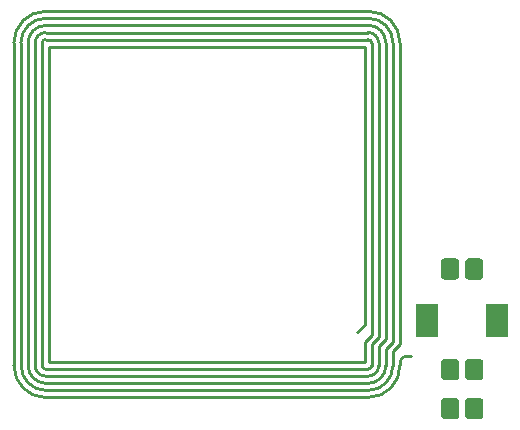
<source format=gts>
G04 #@! TF.GenerationSoftware,KiCad,Pcbnew,(5.1.5-0-10_14)*
G04 #@! TF.CreationDate,2020-04-20T15:33:37-04:00*
G04 #@! TF.ProjectId,business card,62757369-6e65-4737-9320-636172642e6b,rev?*
G04 #@! TF.SameCoordinates,Original*
G04 #@! TF.FileFunction,Soldermask,Top*
G04 #@! TF.FilePolarity,Negative*
%FSLAX46Y46*%
G04 Gerber Fmt 4.6, Leading zero omitted, Abs format (unit mm)*
G04 Created by KiCad (PCBNEW (5.1.5-0-10_14)) date 2020-04-20 15:33:37*
%MOMM*%
%LPD*%
G04 APERTURE LIST*
%ADD10C,0.250000*%
%ADD11R,1.850000X0.850000*%
%ADD12C,0.100000*%
G04 APERTURE END LIST*
D10*
X81394020Y-85781140D02*
X80794580Y-86383120D01*
X81394020Y-87180680D02*
X81993460Y-86581240D01*
X81392000Y-88898700D02*
X81392000Y-87182700D01*
X54705000Y-88898700D02*
X81392000Y-88898700D01*
X54703140Y-62197520D02*
X54703140Y-88898700D01*
X81394020Y-85781140D02*
X81394020Y-62197520D01*
X81393000Y-62197520D02*
X54702860Y-62197520D01*
X84391500Y-61864500D02*
X84391500Y-87381340D01*
X83794600Y-87178140D02*
X83794600Y-61864500D01*
X83197700Y-61877200D02*
X83197700Y-86974940D01*
X81993460Y-86581240D02*
X81993460Y-61897800D01*
X82588100Y-86781900D02*
X82588100Y-61877200D01*
X84978240Y-88382100D02*
X85293200Y-88382100D01*
X84394040Y-88966300D02*
G75*
G02X84978240Y-88382100I584200J0D01*
G01*
X82588100Y-86781900D02*
X81991200Y-87378800D01*
X83197700Y-86974940D02*
X82600800Y-87571840D01*
X83794600Y-87178140D02*
X83195160Y-87777580D01*
X84391500Y-87381340D02*
X83794600Y-87980780D01*
X81711800Y-60391300D02*
G75*
G02X83197700Y-61877200I0J-1485900D01*
G01*
X81711800Y-61000900D02*
G75*
G02X82588100Y-61877200I0J-876300D01*
G01*
X81711800Y-61597800D02*
G75*
G02X81991200Y-61877200I0J-279400D01*
G01*
X81724500Y-59794400D02*
G75*
G02X83794600Y-61864500I0J-2070100D01*
G01*
X81724500Y-59197500D02*
G75*
G02X84391500Y-61864500I0J-2667000D01*
G01*
X54381400Y-59197500D02*
X81699100Y-59197500D01*
X54381400Y-59794400D02*
X81724500Y-59794400D01*
X54381400Y-60391300D02*
X81711800Y-60391300D01*
X54381400Y-61000900D02*
X81711800Y-61000900D01*
X54381400Y-61597800D02*
X81711800Y-61597800D01*
X51701700Y-89207600D02*
X51701700Y-61928000D01*
X52298600Y-61877200D02*
X52298600Y-89140000D01*
X52908200Y-89182200D02*
X52908200Y-61928000D01*
X53505100Y-61877200D02*
X53505100Y-89190000D01*
X54102000Y-89182200D02*
X54102000Y-61928000D01*
X54102000Y-61877200D02*
G75*
G02X54381400Y-61597800I279400J0D01*
G01*
X53505100Y-61877200D02*
G75*
G02X54381400Y-61000900I876300J0D01*
G01*
X52905660Y-61884820D02*
G75*
G02X54391560Y-60398920I1485900J0D01*
G01*
X52298600Y-61877200D02*
G75*
G02X54381400Y-59794400I2082800J0D01*
G01*
X51701700Y-61877200D02*
G75*
G02X54381400Y-59197500I2679700J0D01*
G01*
X54394100Y-91900000D02*
G75*
G02X51701700Y-89207600I0J2692400D01*
G01*
X54367401Y-91291530D02*
G75*
G02X52310000Y-89210000I26699J2083930D01*
G01*
X54368700Y-90693500D02*
G75*
G02X52908200Y-89182200I25400J1485900D01*
G01*
X54368700Y-90096600D02*
G75*
G02X53505100Y-89182200I25400J889000D01*
G01*
X54368700Y-89499700D02*
G75*
G02X54102000Y-89182200I25400J292100D01*
G01*
X83794520Y-89238080D02*
X83794520Y-87985600D01*
X81724500Y-91894041D02*
X54356000Y-91894041D01*
X81727001Y-91295480D02*
X54356000Y-91295480D01*
X81716826Y-90696094D02*
X54356000Y-90696094D01*
X81719420Y-90094060D02*
X54356000Y-90094060D01*
X81706720Y-89492080D02*
X54356000Y-89492080D01*
X81993318Y-89245228D02*
X81993318Y-87376000D01*
X82595560Y-89233000D02*
X82595560Y-87579200D01*
X83190080Y-89222840D02*
X83190080Y-87782400D01*
X81983318Y-89245228D02*
G75*
G02X81706720Y-89492080I-263898J17308D01*
G01*
X82585560Y-89233000D02*
G75*
G02X81719420Y-90094060I-863600J2540D01*
G01*
X83190080Y-89222840D02*
G75*
G02X81716826Y-90696094I-1473254J0D01*
G01*
X83789520Y-89238080D02*
G75*
G02X81732081Y-91295519I-2057439J0D01*
G01*
X84390704Y-89161880D02*
G75*
G02X81724500Y-91894041I-2666204J-65161D01*
G01*
X84391500Y-89000000D02*
X84391500Y-89169500D01*
D11*
X86712000Y-84369000D03*
X86712000Y-85019000D03*
X86712000Y-85669000D03*
X86712000Y-86319000D03*
X92612000Y-86319000D03*
X92612000Y-85669000D03*
X92612000Y-85019000D03*
X92612000Y-84369000D03*
D12*
G36*
X91158071Y-80127623D02*
G01*
X91190781Y-80132475D01*
X91222857Y-80140509D01*
X91253991Y-80151649D01*
X91283884Y-80165787D01*
X91312247Y-80182787D01*
X91338807Y-80202485D01*
X91363308Y-80224692D01*
X91385515Y-80249193D01*
X91405213Y-80275753D01*
X91422213Y-80304116D01*
X91436351Y-80334009D01*
X91447491Y-80365143D01*
X91455525Y-80397219D01*
X91460377Y-80429929D01*
X91462000Y-80462956D01*
X91462000Y-81589044D01*
X91460377Y-81622071D01*
X91455525Y-81654781D01*
X91447491Y-81686857D01*
X91436351Y-81717991D01*
X91422213Y-81747884D01*
X91405213Y-81776247D01*
X91385515Y-81802807D01*
X91363308Y-81827308D01*
X91338807Y-81849515D01*
X91312247Y-81869213D01*
X91283884Y-81886213D01*
X91253991Y-81900351D01*
X91222857Y-81911491D01*
X91190781Y-81919525D01*
X91158071Y-81924377D01*
X91125044Y-81926000D01*
X90248956Y-81926000D01*
X90215929Y-81924377D01*
X90183219Y-81919525D01*
X90151143Y-81911491D01*
X90120009Y-81900351D01*
X90090116Y-81886213D01*
X90061753Y-81869213D01*
X90035193Y-81849515D01*
X90010692Y-81827308D01*
X89988485Y-81802807D01*
X89968787Y-81776247D01*
X89951787Y-81747884D01*
X89937649Y-81717991D01*
X89926509Y-81686857D01*
X89918475Y-81654781D01*
X89913623Y-81622071D01*
X89912000Y-81589044D01*
X89912000Y-80462956D01*
X89913623Y-80429929D01*
X89918475Y-80397219D01*
X89926509Y-80365143D01*
X89937649Y-80334009D01*
X89951787Y-80304116D01*
X89968787Y-80275753D01*
X89988485Y-80249193D01*
X90010692Y-80224692D01*
X90035193Y-80202485D01*
X90061753Y-80182787D01*
X90090116Y-80165787D01*
X90120009Y-80151649D01*
X90151143Y-80140509D01*
X90183219Y-80132475D01*
X90215929Y-80127623D01*
X90248956Y-80126000D01*
X91125044Y-80126000D01*
X91158071Y-80127623D01*
G37*
G36*
X89108071Y-80127623D02*
G01*
X89140781Y-80132475D01*
X89172857Y-80140509D01*
X89203991Y-80151649D01*
X89233884Y-80165787D01*
X89262247Y-80182787D01*
X89288807Y-80202485D01*
X89313308Y-80224692D01*
X89335515Y-80249193D01*
X89355213Y-80275753D01*
X89372213Y-80304116D01*
X89386351Y-80334009D01*
X89397491Y-80365143D01*
X89405525Y-80397219D01*
X89410377Y-80429929D01*
X89412000Y-80462956D01*
X89412000Y-81589044D01*
X89410377Y-81622071D01*
X89405525Y-81654781D01*
X89397491Y-81686857D01*
X89386351Y-81717991D01*
X89372213Y-81747884D01*
X89355213Y-81776247D01*
X89335515Y-81802807D01*
X89313308Y-81827308D01*
X89288807Y-81849515D01*
X89262247Y-81869213D01*
X89233884Y-81886213D01*
X89203991Y-81900351D01*
X89172857Y-81911491D01*
X89140781Y-81919525D01*
X89108071Y-81924377D01*
X89075044Y-81926000D01*
X88198956Y-81926000D01*
X88165929Y-81924377D01*
X88133219Y-81919525D01*
X88101143Y-81911491D01*
X88070009Y-81900351D01*
X88040116Y-81886213D01*
X88011753Y-81869213D01*
X87985193Y-81849515D01*
X87960692Y-81827308D01*
X87938485Y-81802807D01*
X87918787Y-81776247D01*
X87901787Y-81747884D01*
X87887649Y-81717991D01*
X87876509Y-81686857D01*
X87868475Y-81654781D01*
X87863623Y-81622071D01*
X87862000Y-81589044D01*
X87862000Y-80462956D01*
X87863623Y-80429929D01*
X87868475Y-80397219D01*
X87876509Y-80365143D01*
X87887649Y-80334009D01*
X87901787Y-80304116D01*
X87918787Y-80275753D01*
X87938485Y-80249193D01*
X87960692Y-80224692D01*
X87985193Y-80202485D01*
X88011753Y-80182787D01*
X88040116Y-80165787D01*
X88070009Y-80151649D01*
X88101143Y-80140509D01*
X88133219Y-80132475D01*
X88165929Y-80127623D01*
X88198956Y-80126000D01*
X89075044Y-80126000D01*
X89108071Y-80127623D01*
G37*
G36*
X89108071Y-91938623D02*
G01*
X89140781Y-91943475D01*
X89172857Y-91951509D01*
X89203991Y-91962649D01*
X89233884Y-91976787D01*
X89262247Y-91993787D01*
X89288807Y-92013485D01*
X89313308Y-92035692D01*
X89335515Y-92060193D01*
X89355213Y-92086753D01*
X89372213Y-92115116D01*
X89386351Y-92145009D01*
X89397491Y-92176143D01*
X89405525Y-92208219D01*
X89410377Y-92240929D01*
X89412000Y-92273956D01*
X89412000Y-93400044D01*
X89410377Y-93433071D01*
X89405525Y-93465781D01*
X89397491Y-93497857D01*
X89386351Y-93528991D01*
X89372213Y-93558884D01*
X89355213Y-93587247D01*
X89335515Y-93613807D01*
X89313308Y-93638308D01*
X89288807Y-93660515D01*
X89262247Y-93680213D01*
X89233884Y-93697213D01*
X89203991Y-93711351D01*
X89172857Y-93722491D01*
X89140781Y-93730525D01*
X89108071Y-93735377D01*
X89075044Y-93737000D01*
X88198956Y-93737000D01*
X88165929Y-93735377D01*
X88133219Y-93730525D01*
X88101143Y-93722491D01*
X88070009Y-93711351D01*
X88040116Y-93697213D01*
X88011753Y-93680213D01*
X87985193Y-93660515D01*
X87960692Y-93638308D01*
X87938485Y-93613807D01*
X87918787Y-93587247D01*
X87901787Y-93558884D01*
X87887649Y-93528991D01*
X87876509Y-93497857D01*
X87868475Y-93465781D01*
X87863623Y-93433071D01*
X87862000Y-93400044D01*
X87862000Y-92273956D01*
X87863623Y-92240929D01*
X87868475Y-92208219D01*
X87876509Y-92176143D01*
X87887649Y-92145009D01*
X87901787Y-92115116D01*
X87918787Y-92086753D01*
X87938485Y-92060193D01*
X87960692Y-92035692D01*
X87985193Y-92013485D01*
X88011753Y-91993787D01*
X88040116Y-91976787D01*
X88070009Y-91962649D01*
X88101143Y-91951509D01*
X88133219Y-91943475D01*
X88165929Y-91938623D01*
X88198956Y-91937000D01*
X89075044Y-91937000D01*
X89108071Y-91938623D01*
G37*
G36*
X91158071Y-91938623D02*
G01*
X91190781Y-91943475D01*
X91222857Y-91951509D01*
X91253991Y-91962649D01*
X91283884Y-91976787D01*
X91312247Y-91993787D01*
X91338807Y-92013485D01*
X91363308Y-92035692D01*
X91385515Y-92060193D01*
X91405213Y-92086753D01*
X91422213Y-92115116D01*
X91436351Y-92145009D01*
X91447491Y-92176143D01*
X91455525Y-92208219D01*
X91460377Y-92240929D01*
X91462000Y-92273956D01*
X91462000Y-93400044D01*
X91460377Y-93433071D01*
X91455525Y-93465781D01*
X91447491Y-93497857D01*
X91436351Y-93528991D01*
X91422213Y-93558884D01*
X91405213Y-93587247D01*
X91385515Y-93613807D01*
X91363308Y-93638308D01*
X91338807Y-93660515D01*
X91312247Y-93680213D01*
X91283884Y-93697213D01*
X91253991Y-93711351D01*
X91222857Y-93722491D01*
X91190781Y-93730525D01*
X91158071Y-93735377D01*
X91125044Y-93737000D01*
X90248956Y-93737000D01*
X90215929Y-93735377D01*
X90183219Y-93730525D01*
X90151143Y-93722491D01*
X90120009Y-93711351D01*
X90090116Y-93697213D01*
X90061753Y-93680213D01*
X90035193Y-93660515D01*
X90010692Y-93638308D01*
X89988485Y-93613807D01*
X89968787Y-93587247D01*
X89951787Y-93558884D01*
X89937649Y-93528991D01*
X89926509Y-93497857D01*
X89918475Y-93465781D01*
X89913623Y-93433071D01*
X89912000Y-93400044D01*
X89912000Y-92273956D01*
X89913623Y-92240929D01*
X89918475Y-92208219D01*
X89926509Y-92176143D01*
X89937649Y-92145009D01*
X89951787Y-92115116D01*
X89968787Y-92086753D01*
X89988485Y-92060193D01*
X90010692Y-92035692D01*
X90035193Y-92013485D01*
X90061753Y-91993787D01*
X90090116Y-91976787D01*
X90120009Y-91962649D01*
X90151143Y-91951509D01*
X90183219Y-91943475D01*
X90215929Y-91938623D01*
X90248956Y-91937000D01*
X91125044Y-91937000D01*
X91158071Y-91938623D01*
G37*
G36*
X89108071Y-88636623D02*
G01*
X89140781Y-88641475D01*
X89172857Y-88649509D01*
X89203991Y-88660649D01*
X89233884Y-88674787D01*
X89262247Y-88691787D01*
X89288807Y-88711485D01*
X89313308Y-88733692D01*
X89335515Y-88758193D01*
X89355213Y-88784753D01*
X89372213Y-88813116D01*
X89386351Y-88843009D01*
X89397491Y-88874143D01*
X89405525Y-88906219D01*
X89410377Y-88938929D01*
X89412000Y-88971956D01*
X89412000Y-90098044D01*
X89410377Y-90131071D01*
X89405525Y-90163781D01*
X89397491Y-90195857D01*
X89386351Y-90226991D01*
X89372213Y-90256884D01*
X89355213Y-90285247D01*
X89335515Y-90311807D01*
X89313308Y-90336308D01*
X89288807Y-90358515D01*
X89262247Y-90378213D01*
X89233884Y-90395213D01*
X89203991Y-90409351D01*
X89172857Y-90420491D01*
X89140781Y-90428525D01*
X89108071Y-90433377D01*
X89075044Y-90435000D01*
X88198956Y-90435000D01*
X88165929Y-90433377D01*
X88133219Y-90428525D01*
X88101143Y-90420491D01*
X88070009Y-90409351D01*
X88040116Y-90395213D01*
X88011753Y-90378213D01*
X87985193Y-90358515D01*
X87960692Y-90336308D01*
X87938485Y-90311807D01*
X87918787Y-90285247D01*
X87901787Y-90256884D01*
X87887649Y-90226991D01*
X87876509Y-90195857D01*
X87868475Y-90163781D01*
X87863623Y-90131071D01*
X87862000Y-90098044D01*
X87862000Y-88971956D01*
X87863623Y-88938929D01*
X87868475Y-88906219D01*
X87876509Y-88874143D01*
X87887649Y-88843009D01*
X87901787Y-88813116D01*
X87918787Y-88784753D01*
X87938485Y-88758193D01*
X87960692Y-88733692D01*
X87985193Y-88711485D01*
X88011753Y-88691787D01*
X88040116Y-88674787D01*
X88070009Y-88660649D01*
X88101143Y-88649509D01*
X88133219Y-88641475D01*
X88165929Y-88636623D01*
X88198956Y-88635000D01*
X89075044Y-88635000D01*
X89108071Y-88636623D01*
G37*
G36*
X91158071Y-88636623D02*
G01*
X91190781Y-88641475D01*
X91222857Y-88649509D01*
X91253991Y-88660649D01*
X91283884Y-88674787D01*
X91312247Y-88691787D01*
X91338807Y-88711485D01*
X91363308Y-88733692D01*
X91385515Y-88758193D01*
X91405213Y-88784753D01*
X91422213Y-88813116D01*
X91436351Y-88843009D01*
X91447491Y-88874143D01*
X91455525Y-88906219D01*
X91460377Y-88938929D01*
X91462000Y-88971956D01*
X91462000Y-90098044D01*
X91460377Y-90131071D01*
X91455525Y-90163781D01*
X91447491Y-90195857D01*
X91436351Y-90226991D01*
X91422213Y-90256884D01*
X91405213Y-90285247D01*
X91385515Y-90311807D01*
X91363308Y-90336308D01*
X91338807Y-90358515D01*
X91312247Y-90378213D01*
X91283884Y-90395213D01*
X91253991Y-90409351D01*
X91222857Y-90420491D01*
X91190781Y-90428525D01*
X91158071Y-90433377D01*
X91125044Y-90435000D01*
X90248956Y-90435000D01*
X90215929Y-90433377D01*
X90183219Y-90428525D01*
X90151143Y-90420491D01*
X90120009Y-90409351D01*
X90090116Y-90395213D01*
X90061753Y-90378213D01*
X90035193Y-90358515D01*
X90010692Y-90336308D01*
X89988485Y-90311807D01*
X89968787Y-90285247D01*
X89951787Y-90256884D01*
X89937649Y-90226991D01*
X89926509Y-90195857D01*
X89918475Y-90163781D01*
X89913623Y-90131071D01*
X89912000Y-90098044D01*
X89912000Y-88971956D01*
X89913623Y-88938929D01*
X89918475Y-88906219D01*
X89926509Y-88874143D01*
X89937649Y-88843009D01*
X89951787Y-88813116D01*
X89968787Y-88784753D01*
X89988485Y-88758193D01*
X90010692Y-88733692D01*
X90035193Y-88711485D01*
X90061753Y-88691787D01*
X90090116Y-88674787D01*
X90120009Y-88660649D01*
X90151143Y-88649509D01*
X90183219Y-88641475D01*
X90215929Y-88636623D01*
X90248956Y-88635000D01*
X91125044Y-88635000D01*
X91158071Y-88636623D01*
G37*
M02*

</source>
